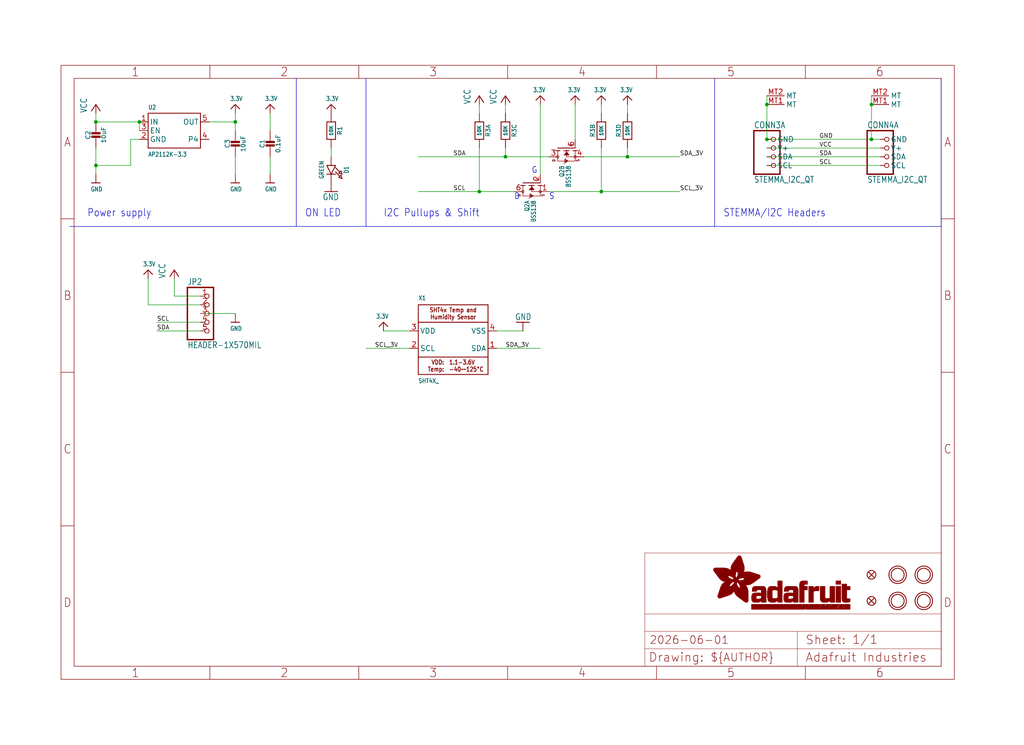
<source format=kicad_sch>
(kicad_sch (version 20250114) (generator "eeschema") (generator_version "9.0")
  (paper "User" 298.45 217.322)
  (lib_symbols
    (symbol "SHT40-eagle-import:3.3V" (power)
      (symbol "3.3V_1_0"
        (pin power_in line (at 0 -2.54 90) (length 2.54) (name "3.3V") (number "1"))
      )
    )
    (symbol "SHT40-eagle-import:CAP_CERAMIC0603_NO"
      (property "Reference" "C" (at -2.29 1.25 90))
      (symbol "CAP_CERAMIC0603_NO_1_0"
        (pin passive line (at 0 5.08 270) (length 2.54) (name "1") (number "1"))
        (pin passive line (at 0 -2.54 90) (length 2.54) (name "2") (number "2"))
      )
    )
    (symbol "SHT40-eagle-import:CAP_CERAMIC0805-NOOUTLINE"
      (property "Reference" "C" (at -2.29 1.25 90))
      (symbol "CAP_CERAMIC0805-NOOUTLINE_1_0"
        (pin passive line (at 0 5.08 270) (length 2.54) (name "1") (number "1"))
        (pin passive line (at 0 -2.54 90) (length 2.54) (name "2") (number "2"))
      )
    )
    (symbol "SHT40-eagle-import:FIDUCIAL_1MM")
    (symbol "SHT40-eagle-import:FRAME_A4_ADAFRUIT"
      (symbol "FRAME_A4_ADAFRUIT_1_0"
        (text "A" (at 1.905 156.6863 0) (effects (font (size 2.54 2.286))))
        (text "B" (at 1.905 111.9188 0) (effects (font (size 2.54 2.286))))
        (text "C" (at 1.905 67.1513 0) (effects (font (size 2.54 2.286))))
        (text "D" (at 1.905 22.3838 0) (effects (font (size 2.54 2.286))))
        (text "1" (at 21.6958 177.165 0) (effects (font (size 2.54 2.286))))
        (text "1" (at 21.6958 1.905 0) (effects (font (size 2.54 2.286))))
        (text "2" (at 65.0875 177.165 0) (effects (font (size 2.54 2.286))))
        (text "2" (at 65.0875 1.905 0) (effects (font (size 2.54 2.286))))
        (text "3" (at 108.4792 177.165 0) (effects (font (size 2.54 2.286))))
        (text "3" (at 108.4792 1.905 0) (effects (font (size 2.54 2.286))))
        (text "4" (at 151.8708 177.165 0) (effects (font (size 2.54 2.286))))
        (text "4" (at 151.8708 1.905 0) (effects (font (size 2.54 2.286))))
        (text "Drawing:" (at 171.196 4.953 0) (effects (font (size 2.54 2.54)) (justify left bottom)))
        (text "${PROJECTNAME}" (at 171.45 15.24 0) (effects (font (size 2.54 2.54)) (justify left bottom)))
        (text "${CURRENT_DATE}" (at 171.45 10.16 0) (effects (font (size 2.286 2.286)) (justify left bottom)))
        (text "${AUTHOR}" (at 189.23 5.08 0) (effects (font (size 2.286 2.286)) (justify left bottom)))
        (text "5" (at 195.2625 177.165 0) (effects (font (size 2.54 2.286))))
        (text "5" (at 195.2625 1.905 0) (effects (font (size 2.54 2.286))))
        (text "Sheet:" (at 216.916 10.033 0) (effects (font (size 2.54 2.54)) (justify left bottom)))
        (text "Adafruit Industries" (at 216.916 4.953 0) (effects (font (size 2.54 2.54)) (justify left bottom)))
        (text "${#}/${##}" (at 230.505 10.16 0) (effects (font (size 2.54 2.54)) (justify left bottom)))
        (text "6" (at 238.6542 177.165 0) (effects (font (size 2.54 2.286))))
        (text "6" (at 238.6542 1.905 0) (effects (font (size 2.54 2.286))))
        (text "A" (at 258.445 156.6863 0) (effects (font (size 2.54 2.286))))
        (text "B" (at 258.445 111.9188 0) (effects (font (size 2.54 2.286))))
        (text "C" (at 258.445 67.1513 0) (effects (font (size 2.54 2.286))))
        (text "D" (at 258.445 22.3838 0) (effects (font (size 2.54 2.286))))
      )
    )
    (symbol "SHT40-eagle-import:GND" (power)
      (symbol "GND_1_0"
        (pin power_in line (at 0 2.54 270) (length 2.54) (name "GND") (number "1"))
      )
    )
    (symbol "SHT40-eagle-import:HEADER-1X570MIL"
      (property "Reference" "JP" (at -6.35 8.255 0))
      (symbol "HEADER-1X570MIL_1_0"
        (pin passive inverted (at -2.54 5.08 0) (length 2.54) (name "1") (number "1"))
        (pin passive inverted (at -2.54 2.54 0) (length 2.54) (name "2") (number "2"))
        (pin passive inverted (at -2.54 0 0) (length 2.54) (name "3") (number "3"))
        (pin passive inverted (at -2.54 -2.54 0) (length 2.54) (name "4") (number "4"))
        (pin passive inverted (at -2.54 -5.08 0) (length 2.54) (name "5") (number "5"))
      )
    )
    (symbol "SHT40-eagle-import:LED0603_NOOUTLINE"
      (property "Reference" "D" (at -1.27 4.445 0))
      (symbol "LED0603_NOOUTLINE_1_0"
        (pin passive line (at -5.08 0 0) (length 2.54) (name "A") (number "A"))
        (pin passive line (at 2.54 0 180) (length 2.54) (name "C") (number "C"))
      )
    )
    (symbol "SHT40-eagle-import:MOSFET-N_DUAL"
      (property "Reference" "Q" (at 5.08 0.635 0))
      (symbol "MOSFET-N_DUAL_1_0"
        (text "G" (at -1.27 -1.905 0) (effects (font (size 0.8128 0.6908)) (justify left bottom)))
        (text "D" (at 3.175 3.175 0) (effects (font (size 0.8128 0.6908)) (justify left bottom)))
        (text "S" (at 3.175 -3.81 0) (effects (font (size 0.8128 0.6908)) (justify left bottom)))
        (pin bidirectional line (at -2.54 -2.54 0) (length 2.54) (name "G") (number "2"))
        (pin bidirectional line (at 2.54 5.08 270) (length 2.54) (name "D") (number "6"))
        (pin bidirectional line (at 2.54 -5.08 90) (length 2.54) (name "S") (number "1"))
      )
      (symbol "MOSFET-N_DUAL_2_0"
        (text "G" (at -1.27 -1.905 0) (effects (font (size 0.8128 0.6908)) (justify left bottom)))
        (text "D" (at 3.175 3.175 0) (effects (font (size 0.8128 0.6908)) (justify left bottom)))
        (text "S" (at 3.175 -3.81 0) (effects (font (size 0.8128 0.6908)) (justify left bottom)))
        (pin bidirectional line (at -2.54 -2.54 0) (length 2.54) (name "G") (number "5"))
        (pin bidirectional line (at 2.54 5.08 270) (length 2.54) (name "D") (number "3"))
        (pin bidirectional line (at 2.54 -5.08 90) (length 2.54) (name "S") (number "4"))
      )
    )
    (symbol "SHT40-eagle-import:MOUNTINGHOLE2.5")
    (symbol "SHT40-eagle-import:RESISTOR_0603_NOOUT"
      (property "Reference" "R" (at 0 2.54 0))
      (symbol "RESISTOR_0603_NOOUT_1_0"
        (pin passive line (at -5.08 0 0) (length 2.54) (name "1") (number "1"))
        (pin passive line (at 5.08 0 180) (length 2.54) (name "2") (number "2"))
      )
    )
    (symbol "SHT40-eagle-import:RESISTOR_4PACK"
      (property "Reference" "R" (at 0 2.54 0))
      (symbol "RESISTOR_4PACK_1_0"
        (pin passive line (at -5.08 0 0) (length 2.54) (name "1") (number "1"))
        (pin passive line (at 5.08 0 180) (length 2.54) (name "2") (number "8"))
      )
      (symbol "RESISTOR_4PACK_2_0"
        (pin passive line (at -5.08 0 0) (length 2.54) (name "1") (number "2"))
        (pin passive line (at 5.08 0 180) (length 2.54) (name "2") (number "7"))
      )
      (symbol "RESISTOR_4PACK_3_0"
        (pin passive line (at -5.08 0 0) (length 2.54) (name "1") (number "3"))
        (pin passive line (at 5.08 0 180) (length 2.54) (name "2") (number "6"))
      )
      (symbol "RESISTOR_4PACK_4_0"
        (pin passive line (at -5.08 0 0) (length 2.54) (name "1") (number "4"))
        (pin passive line (at 5.08 0 180) (length 2.54) (name "2") (number "5"))
      )
    )
    (symbol "SHT40-eagle-import:SHT4X_"
      (property "Reference" "X" (at -10.16 11.43 0))
      (symbol "SHT4X__1_0"
        (text "VDD:\nTemp:" (at -2.54 -7.62 0) (effects (font (size 1.27 1.0795) (thickness 0.2159) (bold yes)) (justify right)))
        (text "1.1-3.6V\n-40~~125°C" (at -1.27 -7.62 0) (effects (font (size 1.27 1.0795) (thickness 0.2159) (bold yes)) (justify left)))
        (text "SHT4x Temp and\nHumidity Sensor" (at 0 7.62 0) (effects (font (size 1.27 1.0795) (thickness 0.2159) (bold yes))))
        (pin power_in line (at -12.7 2.54 0) (length 2.54) (name "VDD") (number "3"))
        (pin bidirectional line (at -12.7 -2.54 0) (length 2.54) (name "SCL") (number "2"))
        (pin power_in line (at 12.7 2.54 180) (length 2.54) (name "VSS") (number "4"))
        (pin bidirectional line (at 12.7 -2.54 180) (length 2.54) (name "SDA") (number "1"))
      )
    )
    (symbol "SHT40-eagle-import:STEMMA_I2C_QT"
      (symbol "STEMMA_I2C_QT_1_0"
        (pin passive inverted (at 0 5.08 0) (length 2.54) (name "GND") (number "1"))
        (pin passive inverted (at 0 2.54 0) (length 2.54) (name "V+") (number "2"))
        (pin passive inverted (at 0 0 0) (length 2.54) (name "SDA") (number "3"))
        (pin passive inverted (at 0 -2.54 0) (length 2.54) (name "SCL") (number "4"))
      )
      (symbol "STEMMA_I2C_QT_2_0"
        (pin bidirectional line (at 0 0 0) (length 5.08) (name "MT") (number "MT1"))
      )
      (symbol "STEMMA_I2C_QT_3_0"
        (pin bidirectional line (at 0 0 0) (length 5.08) (name "MT") (number "MT2"))
      )
    )
    (symbol "SHT40-eagle-import:VCC" (power)
      (symbol "VCC_1_0"
        (pin power_in line (at 0 -2.54 90) (length 2.54) (name "VCC") (number "1"))
      )
    )
    (symbol "SHT40-eagle-import:VREG_SOT23-5"
      (property "Reference" "U" (at -7.62 6.096 0))
      (symbol "VREG_SOT23-5_1_0"
        (pin power_in line (at -10.16 2.54 0) (length 2.54) (name "IN") (number "1"))
        (pin input line (at -10.16 0 0) (length 2.54) (name "EN") (number "3"))
        (pin power_in line (at -10.16 -2.54 0) (length 2.54) (name "GND") (number "2"))
        (pin power_in line (at 10.16 2.54 180) (length 2.54) (name "OUT") (number "5"))
        (pin bidirectional line (at 10.16 -2.54 180) (length 2.54) (name "P4") (number "4"))
      )
    )
    (symbol "SHT40-eagle-import:supply1_371_GND" (power)
      (symbol "supply1_371_GND_1_0"
        (pin power_in line (at 0 2.54 270) (length 2.54) (name "GND") (number "1"))
      )
    )
  )
  (text "STEMMA/I2C Headers" (at 210.82 63.5 0) (effects (font (size 2.1844 1.8567)) (justify left bottom)))
  (text "S" (at 160.02 58.42 0) (effects (font (size 1.778 1.5113)) (justify left bottom)))
  (text "D" (at 149.86 58.42 0) (effects (font (size 1.778 1.5113)) (justify left bottom)))
  (text "I2C Pullups & Shift" (at 111.76 63.5 0) (effects (font (size 2.1844 1.8567)) (justify left bottom)))
  (text "G" (at 154.94 50.8 0) (effects (font (size 1.778 1.5113)) (justify left bottom)))
  (text "ON LED" (at 88.9 63.5 0) (effects (font (size 2.1844 1.8567)) (justify left bottom)))
  (text "Power supply" (at 25.4 63.5 0) (effects (font (size 2.1844 1.8567)) (justify left bottom)))
  (junction (at 40.64 35.56))
  (junction (at 223.52 30.48))
  (junction (at 175.26 55.88))
  (junction (at 27.94 35.56))
  (junction (at 147.32 45.72))
  (junction (at 139.7 55.88))
  (junction (at 182.88 45.72))
  (junction (at 223.52 40.64))
  (junction (at 68.58 35.56))
  (junction (at 254 30.48))
  (junction (at 27.94 48.26))
  (junction (at 254 40.64))
  (wire (pts (xy 40.64 40.64) (xy 38.1 40.64)) (stroke (width 0.1524)))
  (polyline (pts (xy 208.28 22.86) (xy 208.28 66.04)) (stroke (width 0.1524) (type solid)))
  (wire (pts (xy 139.7 43.18) (xy 139.7 55.88)) (stroke (width 0.1524)))
  (wire (pts (xy 223.52 27.94) (xy 223.52 30.48)) (stroke (width 0.1524)))
  (wire (pts (xy 147.32 33.02) (xy 147.32 30.48)) (stroke (width 0.1524)))
  (wire (pts (xy 147.32 45.72) (xy 121.92 45.72)) (stroke (width 0.1524)))
  (wire (pts (xy 160.02 45.72) (xy 147.32 45.72)) (stroke (width 0.1524)))
  (wire (pts (xy 182.88 43.18) (xy 182.88 45.72)) (stroke (width 0.1524)))
  (wire (pts (xy 175.26 55.88) (xy 198.12 55.88)) (stroke (width 0.1524)))
  (wire (pts (xy 43.18 88.9) (xy 43.18 81.28)) (stroke (width 0.1524)))
  (wire (pts (xy 27.94 48.26) (xy 27.94 43.18)) (stroke (width 0.1524)))
  (wire (pts (xy 119.38 101.6) (xy 106.68 101.6)) (stroke (width 0.1524)))
  (wire (pts (xy 139.7 55.88) (xy 121.92 55.88)) (stroke (width 0.1524)))
  (wire (pts (xy 170.18 45.72) (xy 182.88 45.72)) (stroke (width 0.1524)))
  (polyline (pts (xy 86.36 22.86) (xy 86.36 66.04)) (stroke (width 0.1524) (type solid)))
  (wire (pts (xy 38.1 48.26) (xy 27.94 48.26)) (stroke (width 0.1524)))
  (wire (pts (xy 38.1 40.64) (xy 38.1 48.26)) (stroke (width 0.1524)))
  (wire (pts (xy 147.32 43.18) (xy 147.32 45.72)) (stroke (width 0.1524)))
  (wire (pts (xy 40.64 38.1) (xy 40.64 35.56)) (stroke (width 0.1524)))
  (polyline (pts (xy 86.36 66.04) (xy 106.68 66.04)) (stroke (width 0.1524) (type solid)))
  (wire (pts (xy 50.8 86.36) (xy 50.8 81.28)) (stroke (width 0.1524)))
  (wire (pts (xy 58.42 88.9) (xy 43.18 88.9)) (stroke (width 0.1524)))
  (wire (pts (xy 223.52 48.26) (xy 256.54 48.26)) (stroke (width 0.1524)))
  (wire (pts (xy 254 30.48) (xy 254 40.64)) (stroke (width 0.1524)))
  (wire (pts (xy 175.26 43.18) (xy 175.26 55.88)) (stroke (width 0.1524)))
  (wire (pts (xy 78.74 33.02) (xy 78.74 38.1)) (stroke (width 0.1524)))
  (wire (pts (xy 96.52 45.72) (xy 96.52 43.18)) (stroke (width 0.1524)))
  (wire (pts (xy 58.42 91.44) (xy 68.58 91.44)) (stroke (width 0.1524)))
  (wire (pts (xy 60.96 35.56) (xy 68.58 35.56)) (stroke (width 0.1524)))
  (wire (pts (xy 254 27.94) (xy 254 30.48)) (stroke (width 0.1524)))
  (polyline (pts (xy 106.68 66.04) (xy 208.28 66.04)) (stroke (width 0.1524) (type solid)))
  (wire (pts (xy 167.64 40.64) (xy 167.64 30.48)) (stroke (width 0.1524)))
  (wire (pts (xy 58.42 96.52) (xy 45.72 96.52)) (stroke (width 0.1524)))
  (polyline (pts (xy 274.32 22.86) (xy 274.32 66.04)) (stroke (width 0.1524) (type solid)))
  (wire (pts (xy 58.42 86.36) (xy 50.8 86.36)) (stroke (width 0.1524)))
  (wire (pts (xy 157.48 50.8) (xy 157.48 30.48)) (stroke (width 0.1524)))
  (wire (pts (xy 58.42 93.98) (xy 45.72 93.98)) (stroke (width 0.1524)))
  (wire (pts (xy 182.88 45.72) (xy 198.12 45.72)) (stroke (width 0.1524)))
  (wire (pts (xy 182.88 33.02) (xy 182.88 30.48)) (stroke (width 0.1524)))
  (wire (pts (xy 256.54 45.72) (xy 223.52 45.72)) (stroke (width 0.1524)))
  (wire (pts (xy 254 40.64) (xy 223.52 40.64)) (stroke (width 0.1524)))
  (wire (pts (xy 68.58 35.56) (xy 68.58 38.1)) (stroke (width 0.1524)))
  (wire (pts (xy 149.86 55.88) (xy 139.7 55.88)) (stroke (width 0.1524)))
  (polyline (pts (xy 106.68 22.86) (xy 106.68 66.04)) (stroke (width 0.1524) (type solid)))
  (wire (pts (xy 175.26 33.02) (xy 175.26 30.48)) (stroke (width 0.1524)))
  (wire (pts (xy 78.74 45.72) (xy 78.74 50.8)) (stroke (width 0.1524)))
  (wire (pts (xy 111.76 96.52) (xy 119.38 96.52)) (stroke (width 0.1524)))
  (polyline (pts (xy 20.32 66.04) (xy 86.36 66.04)) (stroke (width 0.1524) (type solid)))
  (wire (pts (xy 68.58 45.72) (xy 68.58 50.8)) (stroke (width 0.1524)))
  (wire (pts (xy 160.02 55.88) (xy 175.26 55.88)) (stroke (width 0.1524)))
  (wire (pts (xy 40.64 35.56) (xy 27.94 35.56)) (stroke (width 0.1524)))
  (polyline (pts (xy 208.28 66.04) (xy 274.32 66.04)) (stroke (width 0.1524) (type solid)))
  (wire (pts (xy 223.52 30.48) (xy 223.52 40.64)) (stroke (width 0.1524)))
  (wire (pts (xy 27.94 48.26) (xy 27.94 50.8)) (stroke (width 0.1524)))
  (wire (pts (xy 139.7 30.48) (xy 139.7 33.02)) (stroke (width 0.1524)))
  (wire (pts (xy 223.52 43.18) (xy 256.54 43.18)) (stroke (width 0.1524)))
  (wire (pts (xy 68.58 35.56) (xy 68.58 33.02)) (stroke (width 0.1524)))
  (wire (pts (xy 27.94 33.02) (xy 27.94 35.56)) (stroke (width 0.1524)))
  (wire (pts (xy 256.54 40.64) (xy 254 40.64)) (stroke (width 0.1524)))
  (wire (pts (xy 144.78 101.6) (xy 157.48 101.6)) (stroke (width 0.1524)))
  (wire (pts (xy 152.4 96.52) (xy 144.78 96.52)) (stroke (width 0.1524)))
  (label "SDA" (at 238.76 45.72 0) (effects (font (size 1.2446 1.2446))))
  (label "VCC" (at 238.76 43.18 0) (effects (font (size 1.2446 1.2446))))
  (label "SDA_3V" (at 198.12 45.72 0) (effects (font (size 1.2446 1.2446))))
  (label "SCL_3V" (at 198.12 55.88 0) (effects (font (size 1.2446 1.2446))))
  (label "SCL" (at 45.72 93.98 0) (effects (font (size 1.2446 1.2446))))
  (label "SCL_3V" (at 109.22 101.6 0) (effects (font (size 1.2446 1.2446))))
  (label "SDA" (at 45.72 96.52 0) (effects (font (size 1.2446 1.2446))))
  (label "SCL" (at 238.76 48.26 0) (effects (font (size 1.2446 1.2446))))
  (label "SDA_3V" (at 147.32 101.6 0) (effects (font (size 1.2446 1.2446))))
  (label "SDA" (at 132.08 45.72 0) (effects (font (size 1.2446 1.2446))))
  (label "GND" (at 238.76 40.64 0) (effects (font (size 1.2446 1.2446))))
  (label "SCL" (at 132.08 55.88 0) (effects (font (size 1.2446 1.2446))))
  (symbol (lib_id "SHT40-eagle-import:RESISTOR_0603_NOOUT") (at 96.52 38.1 270) (unit 1)
    (property "Reference" "R1" (at 99.06 38.1 0))
    (property "Value" "10K" (at 96.52 38.1 0) (effects (font (size 1.016 1.016) (thickness 0.2032) (bold yes))))
  )
  (symbol (lib_id "SHT40-eagle-import:3.3V") (at 96.52 30.48 0) (unit 1)
    (property "Reference" "#U$3" (effects (hide yes)))
    (property "Value" "3.3V" (at 94.996 29.464 0) (effects (font (size 1.27 1.0795)) (justify left bottom)))
  )
  (symbol (lib_id "SHT40-eagle-import:STEMMA_I2C_QT") (at 254 27.94 0) (unit 3)
    (property "Reference" "CONN4" (effects (hide yes)))
    (property "Value" "STEMMA_I2C_QT" (effects (hide yes)))
  )
  (symbol (lib_id "SHT40-eagle-import:CAP_CERAMIC0805-NOOUTLINE") (at 27.94 40.64 0) (unit 1)
    (property "Reference" "C2" (at 25.65 39.39 90))
    (property "Value" "10uF" (at 30.24 39.39 90))
  )
  (symbol (lib_id "SHT40-eagle-import:3.3V") (at 68.58 30.48 0) (unit 1)
    (property "Reference" "#U$15" (effects (hide yes)))
    (property "Value" "3.3V" (at 67.056 29.464 0) (effects (font (size 1.27 1.0795)) (justify left bottom)))
  )
  (symbol (lib_id "SHT40-eagle-import:3.3V") (at 78.74 30.48 0) (unit 1)
    (property "Reference" "#U$14" (effects (hide yes)))
    (property "Value" "3.3V" (at 77.216 29.464 0) (effects (font (size 1.27 1.0795)) (justify left bottom)))
  )
  (symbol (lib_id "SHT40-eagle-import:MOSFET-N_DUAL") (at 165.1 43.18 90) (mirror x) (unit 2)
    (property "Reference" "Q2" (at 164.465 48.26 0) (effects (font (size 1.27 1.0795)) (justify left bottom)))
    (property "Value" "BSS138" (at 166.37 48.26 0) (effects (font (size 1.27 1.0795)) (justify left bottom)))
  )
  (symbol (lib_id "SHT40-eagle-import:STEMMA_I2C_QT") (at 223.52 27.94 0) (unit 3)
    (property "Reference" "CONN3" (effects (hide yes)))
    (property "Value" "STEMMA_I2C_QT" (effects (hide yes)))
  )
  (symbol (lib_id "SHT40-eagle-import:CAP_CERAMIC0805-NOOUTLINE") (at 68.58 43.18 0) (unit 1)
    (property "Reference" "C3" (at 66.29 41.93 90))
    (property "Value" "10uF" (at 70.88 41.93 90))
  )
  (symbol (lib_id "SHT40-eagle-import:HEADER-1X570MIL") (at 60.96 91.44 0) (unit 1)
    (property "Reference" "JP2" (at 54.61 83.185 0) (effects (font (size 1.778 1.5113)) (justify left bottom)))
    (property "Value" "HEADER-1X570MIL" (at 54.61 101.6 0) (effects (font (size 1.778 1.5113)) (justify left bottom)))
  )
  (symbol (lib_id "SHT40-eagle-import:MOSFET-N_DUAL") (at 154.94 53.34 90) (mirror x) (unit 1)
    (property "Reference" "Q2" (at 154.305 58.42 0) (effects (font (size 1.27 1.0795)) (justify left bottom)))
    (property "Value" "BSS138" (at 156.21 58.42 0) (effects (font (size 1.27 1.0795)) (justify left bottom)))
  )
  (symbol (lib_id "SHT40-eagle-import:GND") (at 78.74 53.34 0) (unit 1)
    (property "Reference" "#U$6" (effects (hide yes)))
    (property "Value" "GND" (at 77.216 55.88 0) (effects (font (size 1.27 1.0795)) (justify left bottom)))
  )
  (symbol (lib_id "SHT40-eagle-import:STEMMA_I2C_QT") (at 254 30.48 0) (unit 2)
    (property "Reference" "CONN4" (effects (hide yes)))
    (property "Value" "STEMMA_I2C_QT" (effects (hide yes)))
  )
  (symbol (lib_id "SHT40-eagle-import:3.3V") (at 167.64 27.94 0) (mirror y) (unit 1)
    (property "Reference" "#U$23" (effects (hide yes)))
    (property "Value" "3.3V" (at 169.164 26.924 0) (effects (font (size 1.27 1.0795)) (justify left bottom)))
  )
  (symbol (lib_id "SHT40-eagle-import:VCC") (at 27.94 30.48 0) (unit 1)
    (property "Reference" "#P+3" (effects (hide yes)))
    (property "Value" "VCC" (at 25.4 33.02 90) (effects (font (size 1.778 1.5113)) (justify left bottom)))
  )
  (symbol (lib_id "SHT40-eagle-import:STEMMA_I2C_QT") (at 223.52 45.72 0) (unit 1)
    (property "Reference" "CONN3" (at 219.71 37.465 0) (effects (font (size 1.778 1.5113)) (justify left bottom)))
    (property "Value" "STEMMA_I2C_QT" (at 219.71 53.34 0) (effects (font (size 1.778 1.5113)) (justify left bottom)))
  )
  (symbol (lib_id "SHT40-eagle-import:VCC") (at 147.32 27.94 0) (unit 1)
    (property "Reference" "#P+2" (effects (hide yes)))
    (property "Value" "VCC" (at 144.78 30.48 90) (effects (font (size 1.778 1.5113)) (justify left bottom)))
  )
  (symbol (lib_id "SHT40-eagle-import:RESISTOR_4PACK") (at 147.32 38.1 270) (unit 3)
    (property "Reference" "R3" (at 149.86 38.1 0))
    (property "Value" "10K" (at 147.32 38.1 0) (effects (font (size 1.016 1.016) (thickness 0.2032) (bold yes))))
  )
  (symbol (lib_id "SHT40-eagle-import:CAP_CERAMIC0603_NO") (at 78.74 43.18 0) (unit 1)
    (property "Reference" "C1" (at 76.45 41.93 90))
    (property "Value" "0.1uF" (at 81.04 41.93 90))
  )
  (symbol (lib_id "SHT40-eagle-import:RESISTOR_4PACK") (at 175.26 38.1 90) (mirror x) (unit 2)
    (property "Reference" "R3" (at 172.72 38.1 0))
    (property "Value" "10K" (at 175.26 38.1 0) (effects (font (size 1.016 1.016) (thickness 0.2032) (bold yes))))
  )
  (symbol (lib_id "SHT40-eagle-import:FIDUCIAL_1MM") (at 254 167.64 0) (unit 1)
    (property "Reference" "FID4" (effects (hide yes)))
    (property "Value" "FIDUCIAL_1MM" (effects (hide yes)))
  )
  (symbol (lib_id "SHT40-eagle-import:3.3V") (at 157.48 27.94 0) (mirror y) (unit 1)
    (property "Reference" "#U$26" (effects (hide yes)))
    (property "Value" "3.3V" (at 159.004 26.924 0) (effects (font (size 1.27 1.0795)) (justify left bottom)))
  )
  (symbol (lib_id "SHT40-eagle-import:STEMMA_I2C_QT") (at 223.52 30.48 0) (unit 2)
    (property "Reference" "CONN3" (effects (hide yes)))
    (property "Value" "STEMMA_I2C_QT" (effects (hide yes)))
  )
  (symbol (lib_id "SHT40-eagle-import:LED0603_NOOUTLINE") (at 96.52 50.8 270) (unit 1)
    (property "Reference" "D1" (at 100.965 49.53 0) (effects (font (size 1.27 1.0795))))
    (property "Value" "GREEN" (at 93.726 49.53 0) (effects (font (size 1.27 1.0795))))
  )
  (symbol (lib_id "SHT40-eagle-import:FRAME_A4_ADAFRUIT") (at 17.78 198.12 0) (unit 1)
    (property "Reference" "#U$18" (effects (hide yes)))
    (property "Value" "FRAME_A4_ADAFRUIT" (effects (hide yes)))
  )
  (symbol (lib_id "SHT40-eagle-import:GND") (at 68.58 53.34 0) (unit 1)
    (property "Reference" "#U$5" (effects (hide yes)))
    (property "Value" "GND" (at 67.056 55.88 0) (effects (font (size 1.27 1.0795)) (justify left bottom)))
  )
  (symbol (lib_id "SHT40-eagle-import:VCC") (at 139.7 27.94 0) (unit 1)
    (property "Reference" "#P+1" (effects (hide yes)))
    (property "Value" "VCC" (at 137.16 30.48 90) (effects (font (size 1.778 1.5113)) (justify left bottom)))
  )
  (symbol (lib_id "SHT40-eagle-import:supply1_371_GND") (at 152.4 93.98 180) (unit 1)
    (property "Reference" "#GND1" (effects (hide yes)))
    (property "Value" "GND" (at 154.94 91.44 0) (effects (font (size 1.778 1.5113)) (justify left bottom)))
  )
  (symbol (lib_id "SHT40-eagle-import:GND") (at 27.94 53.34 0) (unit 1)
    (property "Reference" "#U$13" (effects (hide yes)))
    (property "Value" "GND" (at 26.416 55.88 0) (effects (font (size 1.27 1.0795)) (justify left bottom)))
  )
  (symbol (lib_id "SHT40-eagle-import:3.3V") (at 111.76 93.98 0) (mirror y) (unit 1)
    (property "Reference" "#U$2" (effects (hide yes)))
    (property "Value" "3.3V" (at 113.284 92.964 0) (effects (font (size 1.27 1.0795)) (justify left bottom)))
  )
  (symbol (lib_id "SHT40-eagle-import:supply1_371_GND") (at 96.52 55.88 0) (unit 1)
    (property "Reference" "#GND6" (effects (hide yes)))
    (property "Value" "GND" (at 93.98 58.42 0) (effects (font (size 1.778 1.5113)) (justify left bottom)))
  )
  (symbol (lib_id "SHT40-eagle-import:MOUNTINGHOLE2.5") (at 261.62 167.64 0) (unit 1)
    (property "Reference" "U$17" (effects (hide yes)))
    (property "Value" "MOUNTINGHOLE2.5" (effects (hide yes)))
  )
  (symbol (lib_id "SHT40-eagle-import:MOUNTINGHOLE2.5") (at 261.62 175.26 0) (unit 1)
    (property "Reference" "U$1" (effects (hide yes)))
    (property "Value" "MOUNTINGHOLE2.5" (effects (hide yes)))
  )
  (symbol (lib_id "SHT40-eagle-import:VREG_SOT23-5") (at 50.8 38.1 0) (unit 1)
    (property "Reference" "U2" (at 43.18 32.004 0) (effects (font (size 1.27 1.0795)) (justify left bottom)))
    (property "Value" "AP2112K-3.3" (at 43.18 45.72 0) (effects (font (size 1.27 1.0795)) (justify left bottom)))
  )
  (symbol (lib_id "SHT40-eagle-import:MOUNTINGHOLE2.5") (at 269.24 167.64 0) (unit 1)
    (property "Reference" "U$19" (effects (hide yes)))
    (property "Value" "MOUNTINGHOLE2.5" (effects (hide yes)))
  )
  (symbol (lib_id "SHT40-eagle-import:3.3V") (at 182.88 27.94 0) (mirror y) (unit 1)
    (property "Reference" "#U$7" (effects (hide yes)))
    (property "Value" "3.3V" (at 184.404 26.924 0) (effects (font (size 1.27 1.0795)) (justify left bottom)))
  )
  (symbol (lib_id "SHT40-eagle-import:3.3V") (at 43.18 78.74 0) (unit 1)
    (property "Reference" "#U$16" (effects (hide yes)))
    (property "Value" "3.3V" (at 41.656 77.724 0) (effects (font (size 1.27 1.0795)) (justify left bottom)))
  )
  (symbol (lib_id "SHT40-eagle-import:FIDUCIAL_1MM") (at 254 175.26 0) (unit 1)
    (property "Reference" "FID3" (effects (hide yes)))
    (property "Value" "FIDUCIAL_1MM" (effects (hide yes)))
  )
  (symbol (lib_id "SHT40-eagle-import:3.3V") (at 175.26 27.94 0) (mirror y) (unit 1)
    (property "Reference" "#U$24" (effects (hide yes)))
    (property "Value" "3.3V" (at 176.784 26.924 0) (effects (font (size 1.27 1.0795)) (justify left bottom)))
  )
  (symbol (lib_id "SHT40-eagle-import:STEMMA_I2C_QT") (at 256.54 45.72 0) (unit 1)
    (property "Reference" "CONN4" (at 252.73 37.465 0) (effects (font (size 1.778 1.5113)) (justify left bottom)))
    (property "Value" "STEMMA_I2C_QT" (at 252.73 53.34 0) (effects (font (size 1.778 1.5113)) (justify left bottom)))
  )
  (symbol (lib_id "SHT40-eagle-import:GND") (at 68.58 93.98 0) (unit 1)
    (property "Reference" "#U$10" (effects (hide yes)))
    (property "Value" "GND" (at 67.056 96.52 0) (effects (font (size 1.27 1.0795)) (justify left bottom)))
  )
  (symbol (lib_id "SHT40-eagle-import:RESISTOR_4PACK") (at 139.7 38.1 270) (unit 1)
    (property "Reference" "R3" (at 142.24 38.1 0))
    (property "Value" "10K" (at 139.7 38.1 0) (effects (font (size 1.016 1.016) (thickness 0.2032) (bold yes))))
  )
  (symbol (lib_id "SHT40-eagle-import:RESISTOR_4PACK") (at 182.88 38.1 90) (mirror x) (unit 4)
    (property "Reference" "R3" (at 180.34 38.1 0))
    (property "Value" "10K" (at 182.88 38.1 0) (effects (font (size 1.016 1.016) (thickness 0.2032) (bold yes))))
  )
  (symbol (lib_id "SHT40-eagle-import:MOUNTINGHOLE2.5") (at 269.24 175.26 0) (unit 1)
    (property "Reference" "U$21" (effects (hide yes)))
    (property "Value" "MOUNTINGHOLE2.5" (effects (hide yes)))
  )
  (symbol (lib_id "SHT40-eagle-import:VCC") (at 50.8 78.74 0) (unit 1)
    (property "Reference" "#P+4" (effects (hide yes)))
    (property "Value" "VCC" (at 48.26 81.28 90) (effects (font (size 1.778 1.5113)) (justify left bottom)))
  )
  (symbol (lib_id "SHT40-eagle-import:SHT4X_") (at 132.08 99.06 0) (unit 1)
    (property "Reference" "X1" (at 121.92 87.63 0) (effects (font (size 1.27 1.0795)) (justify left bottom)))
    (property "Value" "SHT4X_" (at 121.92 111.76 0) (effects (font (size 1.27 1.0795)) (justify left bottom)))
  )
)
</source>
